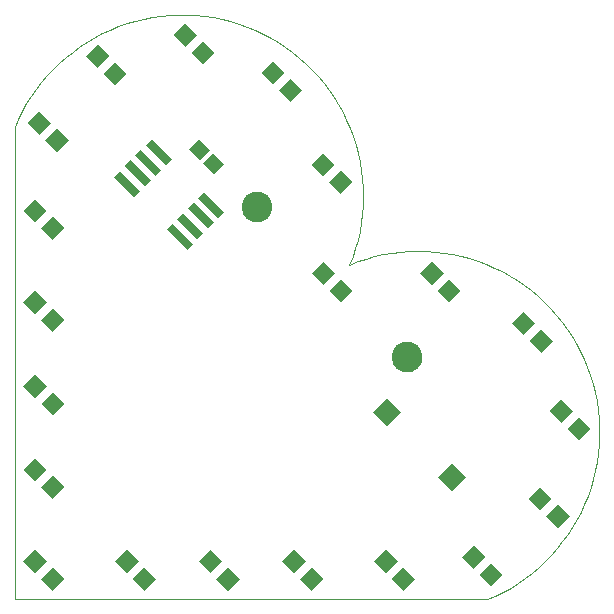
<source format=gts>
G75*
G70*
%OFA0B0*%
%FSLAX24Y24*%
%IPPOS*%
%LPD*%
%AMOC8*
5,1,8,0,0,1.08239X$1,22.5*
%
%ADD10C,0.0000*%
%ADD11C,0.1025*%
%ADD12R,0.0552X0.0552*%
%ADD13R,0.0513X0.0474*%
%ADD14R,0.0671X0.0671*%
%ADD15R,0.0277X0.0946*%
D10*
X009756Y010038D02*
X009756Y025786D01*
X009873Y026053D01*
X010003Y026314D01*
X010146Y026569D01*
X010300Y026816D01*
X010467Y027055D01*
X010645Y027287D01*
X010833Y027509D01*
X011033Y027722D01*
X011242Y027925D01*
X011461Y028117D01*
X011689Y028299D01*
X011925Y028470D01*
X012170Y028629D01*
X012422Y028776D01*
X012680Y028911D01*
X012945Y029033D01*
X013216Y029142D01*
X013491Y029238D01*
X013771Y029320D01*
X014054Y029389D01*
X014340Y029444D01*
X014629Y029485D01*
X014919Y029513D01*
X015211Y029526D01*
X015502Y029525D01*
X015794Y029510D01*
X016084Y029481D01*
X016372Y029438D01*
X016658Y029381D01*
X016941Y029310D01*
X017220Y029226D01*
X017495Y029128D01*
X017765Y029017D01*
X018029Y028893D01*
X018286Y028757D01*
X018537Y028608D01*
X018781Y028448D01*
X019016Y028276D01*
X019243Y028092D01*
X019461Y027898D01*
X019669Y027694D01*
X019866Y027480D01*
X020054Y027256D01*
X020230Y027024D01*
X020395Y026783D01*
X020548Y026535D01*
X020689Y026280D01*
X020817Y026018D01*
X020933Y025750D01*
X021035Y025477D01*
X021125Y025200D01*
X021200Y024918D01*
X021262Y024633D01*
X021310Y024345D01*
X021345Y024056D01*
X021365Y023765D01*
X021371Y023473D01*
X021363Y023182D01*
X021341Y022891D01*
X021305Y022602D01*
X021255Y022314D01*
X021191Y022030D01*
X021113Y021749D01*
X021022Y021472D01*
X020918Y021199D01*
X022368Y018112D02*
X022370Y018155D01*
X022376Y018197D01*
X022386Y018239D01*
X022399Y018280D01*
X022416Y018320D01*
X022437Y018357D01*
X022461Y018393D01*
X022488Y018426D01*
X022518Y018457D01*
X022551Y018485D01*
X022586Y018510D01*
X022623Y018531D01*
X022662Y018549D01*
X022702Y018563D01*
X022744Y018574D01*
X022786Y018581D01*
X022829Y018584D01*
X022872Y018583D01*
X022915Y018578D01*
X022957Y018569D01*
X022998Y018557D01*
X023038Y018541D01*
X023076Y018521D01*
X023112Y018498D01*
X023146Y018471D01*
X023178Y018442D01*
X023206Y018410D01*
X023232Y018375D01*
X023254Y018339D01*
X023273Y018300D01*
X023288Y018260D01*
X023300Y018219D01*
X023308Y018176D01*
X023312Y018133D01*
X023312Y018091D01*
X023308Y018048D01*
X023300Y018005D01*
X023288Y017964D01*
X023273Y017924D01*
X023254Y017885D01*
X023232Y017849D01*
X023206Y017814D01*
X023178Y017782D01*
X023146Y017753D01*
X023112Y017726D01*
X023076Y017703D01*
X023038Y017683D01*
X022998Y017667D01*
X022957Y017655D01*
X022915Y017646D01*
X022872Y017641D01*
X022829Y017640D01*
X022786Y017643D01*
X022744Y017650D01*
X022702Y017661D01*
X022662Y017675D01*
X022623Y017693D01*
X022586Y017714D01*
X022551Y017739D01*
X022518Y017767D01*
X022488Y017798D01*
X022461Y017831D01*
X022437Y017867D01*
X022416Y017904D01*
X022399Y017944D01*
X022386Y017985D01*
X022376Y018027D01*
X022370Y018069D01*
X022368Y018112D01*
X020918Y021200D02*
X021190Y021304D01*
X021467Y021395D01*
X021748Y021473D01*
X022033Y021537D01*
X022320Y021587D01*
X022609Y021623D01*
X022900Y021645D01*
X023191Y021653D01*
X023483Y021647D01*
X023774Y021627D01*
X024063Y021592D01*
X024351Y021544D01*
X024636Y021482D01*
X024918Y021407D01*
X025195Y021317D01*
X025468Y021215D01*
X025736Y021099D01*
X025998Y020971D01*
X026253Y020830D01*
X026501Y020677D01*
X026742Y020512D01*
X026974Y020336D01*
X027198Y020148D01*
X027412Y019951D01*
X027616Y019743D01*
X027810Y019525D01*
X027994Y019298D01*
X028166Y019063D01*
X028326Y018819D01*
X028475Y018568D01*
X028611Y018311D01*
X028735Y018047D01*
X028846Y017777D01*
X028944Y017502D01*
X029028Y017223D01*
X029099Y016940D01*
X029156Y016654D01*
X029199Y016366D01*
X029228Y016076D01*
X029243Y015784D01*
X029244Y015493D01*
X029231Y015201D01*
X029203Y014911D01*
X029162Y014622D01*
X029107Y014336D01*
X029038Y014053D01*
X028956Y013773D01*
X028860Y013498D01*
X028751Y013227D01*
X028629Y012962D01*
X028494Y012704D01*
X028347Y012452D01*
X028188Y012207D01*
X028017Y011971D01*
X027835Y011743D01*
X027643Y011524D01*
X027440Y011315D01*
X027227Y011115D01*
X027005Y010927D01*
X026773Y010749D01*
X026534Y010582D01*
X026287Y010428D01*
X026032Y010285D01*
X025771Y010155D01*
X025504Y010038D01*
X009756Y010038D01*
X017357Y023123D02*
X017359Y023166D01*
X017365Y023208D01*
X017375Y023250D01*
X017388Y023291D01*
X017405Y023331D01*
X017426Y023368D01*
X017450Y023404D01*
X017477Y023437D01*
X017507Y023468D01*
X017540Y023496D01*
X017575Y023521D01*
X017612Y023542D01*
X017651Y023560D01*
X017691Y023574D01*
X017733Y023585D01*
X017775Y023592D01*
X017818Y023595D01*
X017861Y023594D01*
X017904Y023589D01*
X017946Y023580D01*
X017987Y023568D01*
X018027Y023552D01*
X018065Y023532D01*
X018101Y023509D01*
X018135Y023482D01*
X018167Y023453D01*
X018195Y023421D01*
X018221Y023386D01*
X018243Y023350D01*
X018262Y023311D01*
X018277Y023271D01*
X018289Y023230D01*
X018297Y023187D01*
X018301Y023144D01*
X018301Y023102D01*
X018297Y023059D01*
X018289Y023016D01*
X018277Y022975D01*
X018262Y022935D01*
X018243Y022896D01*
X018221Y022860D01*
X018195Y022825D01*
X018167Y022793D01*
X018135Y022764D01*
X018101Y022737D01*
X018065Y022714D01*
X018027Y022694D01*
X017987Y022678D01*
X017946Y022666D01*
X017904Y022657D01*
X017861Y022652D01*
X017818Y022651D01*
X017775Y022654D01*
X017733Y022661D01*
X017691Y022672D01*
X017651Y022686D01*
X017612Y022704D01*
X017575Y022725D01*
X017540Y022750D01*
X017507Y022778D01*
X017477Y022809D01*
X017450Y022842D01*
X017426Y022878D01*
X017405Y022915D01*
X017388Y022955D01*
X017375Y022996D01*
X017365Y023038D01*
X017359Y023080D01*
X017357Y023123D01*
D11*
X017829Y023123D03*
X022840Y018112D03*
D12*
G36*
X023856Y020325D02*
X024246Y020715D01*
X024636Y020325D01*
X024246Y019935D01*
X023856Y020325D01*
G37*
G36*
X023272Y020909D02*
X023662Y021299D01*
X024052Y020909D01*
X023662Y020519D01*
X023272Y020909D01*
G37*
G36*
X021017Y020325D02*
X020627Y019935D01*
X020237Y020325D01*
X020627Y020715D01*
X021017Y020325D01*
G37*
G36*
X020433Y020909D02*
X020043Y020519D01*
X019653Y020909D01*
X020043Y021299D01*
X020433Y020909D01*
G37*
G36*
X020237Y023944D02*
X020627Y024334D01*
X021017Y023944D01*
X020627Y023554D01*
X020237Y023944D01*
G37*
G36*
X019653Y024529D02*
X020043Y024919D01*
X020433Y024529D01*
X020043Y024139D01*
X019653Y024529D01*
G37*
G36*
X018567Y027006D02*
X018957Y027396D01*
X019347Y027006D01*
X018957Y026616D01*
X018567Y027006D01*
G37*
G36*
X017982Y027591D02*
X018372Y027981D01*
X018762Y027591D01*
X018372Y027201D01*
X017982Y027591D01*
G37*
G36*
X015644Y028259D02*
X016034Y028649D01*
X016424Y028259D01*
X016034Y027869D01*
X015644Y028259D01*
G37*
G36*
X015059Y028844D02*
X015449Y029234D01*
X015839Y028844D01*
X015449Y028454D01*
X015059Y028844D01*
G37*
G36*
X012721Y027563D02*
X013111Y027953D01*
X013501Y027563D01*
X013111Y027173D01*
X012721Y027563D01*
G37*
G36*
X012136Y028148D02*
X012526Y028538D01*
X012916Y028148D01*
X012526Y027758D01*
X012136Y028148D01*
G37*
G36*
X010187Y025920D02*
X010577Y026310D01*
X010967Y025920D01*
X010577Y025530D01*
X010187Y025920D01*
G37*
G36*
X010772Y025336D02*
X011162Y025726D01*
X011552Y025336D01*
X011162Y024946D01*
X010772Y025336D01*
G37*
G36*
X010048Y022997D02*
X010438Y023387D01*
X010828Y022997D01*
X010438Y022607D01*
X010048Y022997D01*
G37*
G36*
X010633Y022413D02*
X011023Y022803D01*
X011413Y022413D01*
X011023Y022023D01*
X010633Y022413D01*
G37*
G36*
X010048Y019935D02*
X010438Y020325D01*
X010828Y019935D01*
X010438Y019545D01*
X010048Y019935D01*
G37*
G36*
X010633Y019350D02*
X011023Y019740D01*
X011413Y019350D01*
X011023Y018960D01*
X010633Y019350D01*
G37*
G36*
X010048Y017151D02*
X010438Y017541D01*
X010828Y017151D01*
X010438Y016761D01*
X010048Y017151D01*
G37*
G36*
X010633Y016567D02*
X011023Y016957D01*
X011413Y016567D01*
X011023Y016177D01*
X010633Y016567D01*
G37*
G36*
X010048Y014367D02*
X010438Y014757D01*
X010828Y014367D01*
X010438Y013977D01*
X010048Y014367D01*
G37*
G36*
X010633Y013783D02*
X011023Y014173D01*
X011413Y013783D01*
X011023Y013393D01*
X010633Y013783D01*
G37*
G36*
X010048Y011305D02*
X010438Y011695D01*
X010828Y011305D01*
X010438Y010915D01*
X010048Y011305D01*
G37*
G36*
X010633Y010720D02*
X011023Y011110D01*
X011413Y010720D01*
X011023Y010330D01*
X010633Y010720D01*
G37*
G36*
X013111Y011305D02*
X013501Y011695D01*
X013891Y011305D01*
X013501Y010915D01*
X013111Y011305D01*
G37*
G36*
X013695Y010720D02*
X014085Y011110D01*
X014475Y010720D01*
X014085Y010330D01*
X013695Y010720D01*
G37*
G36*
X015894Y011305D02*
X016284Y011695D01*
X016674Y011305D01*
X016284Y010915D01*
X015894Y011305D01*
G37*
G36*
X016479Y010720D02*
X016869Y011110D01*
X017259Y010720D01*
X016869Y010330D01*
X016479Y010720D01*
G37*
G36*
X018678Y011305D02*
X019068Y011695D01*
X019458Y011305D01*
X019068Y010915D01*
X018678Y011305D01*
G37*
G36*
X019263Y010720D02*
X019653Y011110D01*
X020043Y010720D01*
X019653Y010330D01*
X019263Y010720D01*
G37*
G36*
X021741Y011305D02*
X022131Y011695D01*
X022521Y011305D01*
X022131Y010915D01*
X021741Y011305D01*
G37*
G36*
X022325Y010720D02*
X022715Y011110D01*
X023105Y010720D01*
X022715Y010330D01*
X022325Y010720D01*
G37*
G36*
X024664Y011444D02*
X025054Y011834D01*
X025444Y011444D01*
X025054Y011054D01*
X024664Y011444D01*
G37*
G36*
X025248Y010860D02*
X025638Y011250D01*
X026028Y010860D01*
X025638Y010470D01*
X025248Y010860D01*
G37*
G36*
X026891Y013393D02*
X027281Y013783D01*
X027671Y013393D01*
X027281Y013003D01*
X026891Y013393D01*
G37*
G36*
X027475Y012808D02*
X027865Y013198D01*
X028255Y012808D01*
X027865Y012418D01*
X027475Y012808D01*
G37*
G36*
X028171Y015731D02*
X028561Y016121D01*
X028951Y015731D01*
X028561Y015341D01*
X028171Y015731D01*
G37*
G36*
X027587Y016316D02*
X027977Y016706D01*
X028367Y016316D01*
X027977Y015926D01*
X027587Y016316D01*
G37*
G36*
X026919Y018655D02*
X027309Y019045D01*
X027699Y018655D01*
X027309Y018265D01*
X026919Y018655D01*
G37*
G36*
X026334Y019239D02*
X026724Y019629D01*
X027114Y019239D01*
X026724Y018849D01*
X026334Y019239D01*
G37*
D13*
G36*
X016383Y024904D02*
X016744Y024543D01*
X016409Y024208D01*
X016048Y024569D01*
X016383Y024904D01*
G37*
G36*
X015909Y025378D02*
X016270Y025017D01*
X015935Y024682D01*
X015574Y025043D01*
X015909Y025378D01*
G37*
D14*
G36*
X022172Y016747D02*
X022645Y016274D01*
X022172Y015801D01*
X021699Y016274D01*
X022172Y016747D01*
G37*
G36*
X024344Y014576D02*
X024817Y014103D01*
X024344Y013630D01*
X023871Y014103D01*
X024344Y014576D01*
G37*
D15*
G36*
X015529Y023075D02*
X015725Y023271D01*
X016393Y022603D01*
X016197Y022407D01*
X015529Y023075D01*
G37*
G36*
X015176Y022721D02*
X015372Y022917D01*
X016040Y022249D01*
X015844Y022053D01*
X015176Y022721D01*
G37*
G36*
X014822Y022368D02*
X015018Y022564D01*
X015686Y021896D01*
X015490Y021700D01*
X014822Y022368D01*
G37*
G36*
X015883Y023429D02*
X016079Y023625D01*
X016747Y022957D01*
X016551Y022761D01*
X015883Y023429D01*
G37*
G36*
X014127Y025185D02*
X014323Y025381D01*
X014991Y024713D01*
X014795Y024517D01*
X014127Y025185D01*
G37*
G36*
X013776Y024834D02*
X013972Y025030D01*
X014640Y024362D01*
X014444Y024166D01*
X013776Y024834D01*
G37*
G36*
X013422Y024480D02*
X013618Y024676D01*
X014286Y024008D01*
X014090Y023812D01*
X013422Y024480D01*
G37*
G36*
X013069Y024127D02*
X013265Y024323D01*
X013933Y023655D01*
X013737Y023459D01*
X013069Y024127D01*
G37*
M02*

</source>
